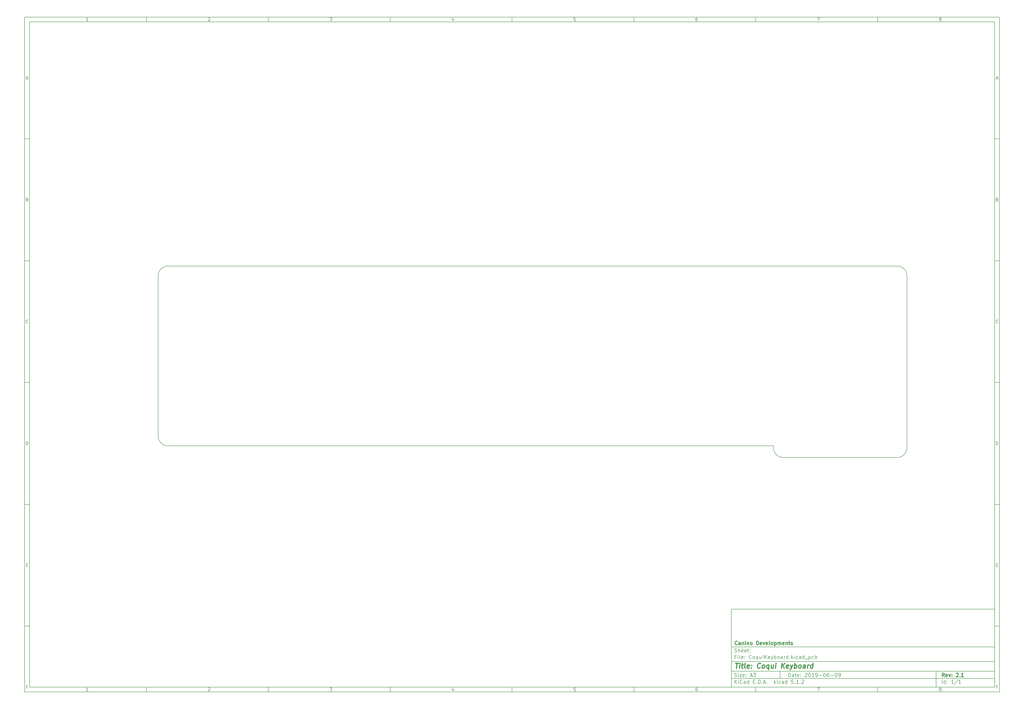
<source format=gm1>
G04 #@! TF.GenerationSoftware,KiCad,Pcbnew,5.1.2*
G04 #@! TF.CreationDate,2019-06-12T21:28:34-04:00*
G04 #@! TF.ProjectId,CoquiKeyboard,436f7175-694b-4657-9962-6f6172642e6b,2.1*
G04 #@! TF.SameCoordinates,Original*
G04 #@! TF.FileFunction,Profile,NP*
%FSLAX46Y46*%
G04 Gerber Fmt 4.6, Leading zero omitted, Abs format (unit mm)*
G04 Created by KiCad (PCBNEW 5.1.2) date 2019-06-12 21:28:34*
%MOMM*%
%LPD*%
G04 APERTURE LIST*
%ADD10C,0.100000*%
%ADD11C,0.150000*%
%ADD12C,0.300000*%
%ADD13C,0.400000*%
%ADD14C,0.200000*%
G04 APERTURE END LIST*
D10*
D11*
X299989000Y-253002200D02*
X299989000Y-285002200D01*
X407989000Y-285002200D01*
X407989000Y-253002200D01*
X299989000Y-253002200D01*
D10*
D11*
X10000000Y-10000000D02*
X10000000Y-287002200D01*
X409989000Y-287002200D01*
X409989000Y-10000000D01*
X10000000Y-10000000D01*
D10*
D11*
X12000000Y-12000000D02*
X12000000Y-285002200D01*
X407989000Y-285002200D01*
X407989000Y-12000000D01*
X12000000Y-12000000D01*
D10*
D11*
X60000000Y-12000000D02*
X60000000Y-10000000D01*
D10*
D11*
X110000000Y-12000000D02*
X110000000Y-10000000D01*
D10*
D11*
X160000000Y-12000000D02*
X160000000Y-10000000D01*
D10*
D11*
X210000000Y-12000000D02*
X210000000Y-10000000D01*
D10*
D11*
X260000000Y-12000000D02*
X260000000Y-10000000D01*
D10*
D11*
X310000000Y-12000000D02*
X310000000Y-10000000D01*
D10*
D11*
X360000000Y-12000000D02*
X360000000Y-10000000D01*
D10*
D11*
X36065476Y-11588095D02*
X35322619Y-11588095D01*
X35694047Y-11588095D02*
X35694047Y-10288095D01*
X35570238Y-10473809D01*
X35446428Y-10597619D01*
X35322619Y-10659523D01*
D10*
D11*
X85322619Y-10411904D02*
X85384523Y-10350000D01*
X85508333Y-10288095D01*
X85817857Y-10288095D01*
X85941666Y-10350000D01*
X86003571Y-10411904D01*
X86065476Y-10535714D01*
X86065476Y-10659523D01*
X86003571Y-10845238D01*
X85260714Y-11588095D01*
X86065476Y-11588095D01*
D10*
D11*
X135260714Y-10288095D02*
X136065476Y-10288095D01*
X135632142Y-10783333D01*
X135817857Y-10783333D01*
X135941666Y-10845238D01*
X136003571Y-10907142D01*
X136065476Y-11030952D01*
X136065476Y-11340476D01*
X136003571Y-11464285D01*
X135941666Y-11526190D01*
X135817857Y-11588095D01*
X135446428Y-11588095D01*
X135322619Y-11526190D01*
X135260714Y-11464285D01*
D10*
D11*
X185941666Y-10721428D02*
X185941666Y-11588095D01*
X185632142Y-10226190D02*
X185322619Y-11154761D01*
X186127380Y-11154761D01*
D10*
D11*
X236003571Y-10288095D02*
X235384523Y-10288095D01*
X235322619Y-10907142D01*
X235384523Y-10845238D01*
X235508333Y-10783333D01*
X235817857Y-10783333D01*
X235941666Y-10845238D01*
X236003571Y-10907142D01*
X236065476Y-11030952D01*
X236065476Y-11340476D01*
X236003571Y-11464285D01*
X235941666Y-11526190D01*
X235817857Y-11588095D01*
X235508333Y-11588095D01*
X235384523Y-11526190D01*
X235322619Y-11464285D01*
D10*
D11*
X285941666Y-10288095D02*
X285694047Y-10288095D01*
X285570238Y-10350000D01*
X285508333Y-10411904D01*
X285384523Y-10597619D01*
X285322619Y-10845238D01*
X285322619Y-11340476D01*
X285384523Y-11464285D01*
X285446428Y-11526190D01*
X285570238Y-11588095D01*
X285817857Y-11588095D01*
X285941666Y-11526190D01*
X286003571Y-11464285D01*
X286065476Y-11340476D01*
X286065476Y-11030952D01*
X286003571Y-10907142D01*
X285941666Y-10845238D01*
X285817857Y-10783333D01*
X285570238Y-10783333D01*
X285446428Y-10845238D01*
X285384523Y-10907142D01*
X285322619Y-11030952D01*
D10*
D11*
X335260714Y-10288095D02*
X336127380Y-10288095D01*
X335570238Y-11588095D01*
D10*
D11*
X385570238Y-10845238D02*
X385446428Y-10783333D01*
X385384523Y-10721428D01*
X385322619Y-10597619D01*
X385322619Y-10535714D01*
X385384523Y-10411904D01*
X385446428Y-10350000D01*
X385570238Y-10288095D01*
X385817857Y-10288095D01*
X385941666Y-10350000D01*
X386003571Y-10411904D01*
X386065476Y-10535714D01*
X386065476Y-10597619D01*
X386003571Y-10721428D01*
X385941666Y-10783333D01*
X385817857Y-10845238D01*
X385570238Y-10845238D01*
X385446428Y-10907142D01*
X385384523Y-10969047D01*
X385322619Y-11092857D01*
X385322619Y-11340476D01*
X385384523Y-11464285D01*
X385446428Y-11526190D01*
X385570238Y-11588095D01*
X385817857Y-11588095D01*
X385941666Y-11526190D01*
X386003571Y-11464285D01*
X386065476Y-11340476D01*
X386065476Y-11092857D01*
X386003571Y-10969047D01*
X385941666Y-10907142D01*
X385817857Y-10845238D01*
D10*
D11*
X60000000Y-285002200D02*
X60000000Y-287002200D01*
D10*
D11*
X110000000Y-285002200D02*
X110000000Y-287002200D01*
D10*
D11*
X160000000Y-285002200D02*
X160000000Y-287002200D01*
D10*
D11*
X210000000Y-285002200D02*
X210000000Y-287002200D01*
D10*
D11*
X260000000Y-285002200D02*
X260000000Y-287002200D01*
D10*
D11*
X310000000Y-285002200D02*
X310000000Y-287002200D01*
D10*
D11*
X360000000Y-285002200D02*
X360000000Y-287002200D01*
D10*
D11*
X36065476Y-286590295D02*
X35322619Y-286590295D01*
X35694047Y-286590295D02*
X35694047Y-285290295D01*
X35570238Y-285476009D01*
X35446428Y-285599819D01*
X35322619Y-285661723D01*
D10*
D11*
X85322619Y-285414104D02*
X85384523Y-285352200D01*
X85508333Y-285290295D01*
X85817857Y-285290295D01*
X85941666Y-285352200D01*
X86003571Y-285414104D01*
X86065476Y-285537914D01*
X86065476Y-285661723D01*
X86003571Y-285847438D01*
X85260714Y-286590295D01*
X86065476Y-286590295D01*
D10*
D11*
X135260714Y-285290295D02*
X136065476Y-285290295D01*
X135632142Y-285785533D01*
X135817857Y-285785533D01*
X135941666Y-285847438D01*
X136003571Y-285909342D01*
X136065476Y-286033152D01*
X136065476Y-286342676D01*
X136003571Y-286466485D01*
X135941666Y-286528390D01*
X135817857Y-286590295D01*
X135446428Y-286590295D01*
X135322619Y-286528390D01*
X135260714Y-286466485D01*
D10*
D11*
X185941666Y-285723628D02*
X185941666Y-286590295D01*
X185632142Y-285228390D02*
X185322619Y-286156961D01*
X186127380Y-286156961D01*
D10*
D11*
X236003571Y-285290295D02*
X235384523Y-285290295D01*
X235322619Y-285909342D01*
X235384523Y-285847438D01*
X235508333Y-285785533D01*
X235817857Y-285785533D01*
X235941666Y-285847438D01*
X236003571Y-285909342D01*
X236065476Y-286033152D01*
X236065476Y-286342676D01*
X236003571Y-286466485D01*
X235941666Y-286528390D01*
X235817857Y-286590295D01*
X235508333Y-286590295D01*
X235384523Y-286528390D01*
X235322619Y-286466485D01*
D10*
D11*
X285941666Y-285290295D02*
X285694047Y-285290295D01*
X285570238Y-285352200D01*
X285508333Y-285414104D01*
X285384523Y-285599819D01*
X285322619Y-285847438D01*
X285322619Y-286342676D01*
X285384523Y-286466485D01*
X285446428Y-286528390D01*
X285570238Y-286590295D01*
X285817857Y-286590295D01*
X285941666Y-286528390D01*
X286003571Y-286466485D01*
X286065476Y-286342676D01*
X286065476Y-286033152D01*
X286003571Y-285909342D01*
X285941666Y-285847438D01*
X285817857Y-285785533D01*
X285570238Y-285785533D01*
X285446428Y-285847438D01*
X285384523Y-285909342D01*
X285322619Y-286033152D01*
D10*
D11*
X335260714Y-285290295D02*
X336127380Y-285290295D01*
X335570238Y-286590295D01*
D10*
D11*
X385570238Y-285847438D02*
X385446428Y-285785533D01*
X385384523Y-285723628D01*
X385322619Y-285599819D01*
X385322619Y-285537914D01*
X385384523Y-285414104D01*
X385446428Y-285352200D01*
X385570238Y-285290295D01*
X385817857Y-285290295D01*
X385941666Y-285352200D01*
X386003571Y-285414104D01*
X386065476Y-285537914D01*
X386065476Y-285599819D01*
X386003571Y-285723628D01*
X385941666Y-285785533D01*
X385817857Y-285847438D01*
X385570238Y-285847438D01*
X385446428Y-285909342D01*
X385384523Y-285971247D01*
X385322619Y-286095057D01*
X385322619Y-286342676D01*
X385384523Y-286466485D01*
X385446428Y-286528390D01*
X385570238Y-286590295D01*
X385817857Y-286590295D01*
X385941666Y-286528390D01*
X386003571Y-286466485D01*
X386065476Y-286342676D01*
X386065476Y-286095057D01*
X386003571Y-285971247D01*
X385941666Y-285909342D01*
X385817857Y-285847438D01*
D10*
D11*
X10000000Y-60000000D02*
X12000000Y-60000000D01*
D10*
D11*
X10000000Y-110000000D02*
X12000000Y-110000000D01*
D10*
D11*
X10000000Y-160000000D02*
X12000000Y-160000000D01*
D10*
D11*
X10000000Y-210000000D02*
X12000000Y-210000000D01*
D10*
D11*
X10000000Y-260000000D02*
X12000000Y-260000000D01*
D10*
D11*
X10690476Y-35216666D02*
X11309523Y-35216666D01*
X10566666Y-35588095D02*
X11000000Y-34288095D01*
X11433333Y-35588095D01*
D10*
D11*
X11092857Y-84907142D02*
X11278571Y-84969047D01*
X11340476Y-85030952D01*
X11402380Y-85154761D01*
X11402380Y-85340476D01*
X11340476Y-85464285D01*
X11278571Y-85526190D01*
X11154761Y-85588095D01*
X10659523Y-85588095D01*
X10659523Y-84288095D01*
X11092857Y-84288095D01*
X11216666Y-84350000D01*
X11278571Y-84411904D01*
X11340476Y-84535714D01*
X11340476Y-84659523D01*
X11278571Y-84783333D01*
X11216666Y-84845238D01*
X11092857Y-84907142D01*
X10659523Y-84907142D01*
D10*
D11*
X11402380Y-135464285D02*
X11340476Y-135526190D01*
X11154761Y-135588095D01*
X11030952Y-135588095D01*
X10845238Y-135526190D01*
X10721428Y-135402380D01*
X10659523Y-135278571D01*
X10597619Y-135030952D01*
X10597619Y-134845238D01*
X10659523Y-134597619D01*
X10721428Y-134473809D01*
X10845238Y-134350000D01*
X11030952Y-134288095D01*
X11154761Y-134288095D01*
X11340476Y-134350000D01*
X11402380Y-134411904D01*
D10*
D11*
X10659523Y-185588095D02*
X10659523Y-184288095D01*
X10969047Y-184288095D01*
X11154761Y-184350000D01*
X11278571Y-184473809D01*
X11340476Y-184597619D01*
X11402380Y-184845238D01*
X11402380Y-185030952D01*
X11340476Y-185278571D01*
X11278571Y-185402380D01*
X11154761Y-185526190D01*
X10969047Y-185588095D01*
X10659523Y-185588095D01*
D10*
D11*
X10721428Y-234907142D02*
X11154761Y-234907142D01*
X11340476Y-235588095D02*
X10721428Y-235588095D01*
X10721428Y-234288095D01*
X11340476Y-234288095D01*
D10*
D11*
X11185714Y-284907142D02*
X10752380Y-284907142D01*
X10752380Y-285588095D02*
X10752380Y-284288095D01*
X11371428Y-284288095D01*
D10*
D11*
X409989000Y-60000000D02*
X407989000Y-60000000D01*
D10*
D11*
X409989000Y-110000000D02*
X407989000Y-110000000D01*
D10*
D11*
X409989000Y-160000000D02*
X407989000Y-160000000D01*
D10*
D11*
X409989000Y-210000000D02*
X407989000Y-210000000D01*
D10*
D11*
X409989000Y-260000000D02*
X407989000Y-260000000D01*
D10*
D11*
X408679476Y-35216666D02*
X409298523Y-35216666D01*
X408555666Y-35588095D02*
X408989000Y-34288095D01*
X409422333Y-35588095D01*
D10*
D11*
X409081857Y-84907142D02*
X409267571Y-84969047D01*
X409329476Y-85030952D01*
X409391380Y-85154761D01*
X409391380Y-85340476D01*
X409329476Y-85464285D01*
X409267571Y-85526190D01*
X409143761Y-85588095D01*
X408648523Y-85588095D01*
X408648523Y-84288095D01*
X409081857Y-84288095D01*
X409205666Y-84350000D01*
X409267571Y-84411904D01*
X409329476Y-84535714D01*
X409329476Y-84659523D01*
X409267571Y-84783333D01*
X409205666Y-84845238D01*
X409081857Y-84907142D01*
X408648523Y-84907142D01*
D10*
D11*
X409391380Y-135464285D02*
X409329476Y-135526190D01*
X409143761Y-135588095D01*
X409019952Y-135588095D01*
X408834238Y-135526190D01*
X408710428Y-135402380D01*
X408648523Y-135278571D01*
X408586619Y-135030952D01*
X408586619Y-134845238D01*
X408648523Y-134597619D01*
X408710428Y-134473809D01*
X408834238Y-134350000D01*
X409019952Y-134288095D01*
X409143761Y-134288095D01*
X409329476Y-134350000D01*
X409391380Y-134411904D01*
D10*
D11*
X408648523Y-185588095D02*
X408648523Y-184288095D01*
X408958047Y-184288095D01*
X409143761Y-184350000D01*
X409267571Y-184473809D01*
X409329476Y-184597619D01*
X409391380Y-184845238D01*
X409391380Y-185030952D01*
X409329476Y-185278571D01*
X409267571Y-185402380D01*
X409143761Y-185526190D01*
X408958047Y-185588095D01*
X408648523Y-185588095D01*
D10*
D11*
X408710428Y-234907142D02*
X409143761Y-234907142D01*
X409329476Y-235588095D02*
X408710428Y-235588095D01*
X408710428Y-234288095D01*
X409329476Y-234288095D01*
D10*
D11*
X409174714Y-284907142D02*
X408741380Y-284907142D01*
X408741380Y-285588095D02*
X408741380Y-284288095D01*
X409360428Y-284288095D01*
D10*
D11*
X323421142Y-280780771D02*
X323421142Y-279280771D01*
X323778285Y-279280771D01*
X323992571Y-279352200D01*
X324135428Y-279495057D01*
X324206857Y-279637914D01*
X324278285Y-279923628D01*
X324278285Y-280137914D01*
X324206857Y-280423628D01*
X324135428Y-280566485D01*
X323992571Y-280709342D01*
X323778285Y-280780771D01*
X323421142Y-280780771D01*
X325564000Y-280780771D02*
X325564000Y-279995057D01*
X325492571Y-279852200D01*
X325349714Y-279780771D01*
X325064000Y-279780771D01*
X324921142Y-279852200D01*
X325564000Y-280709342D02*
X325421142Y-280780771D01*
X325064000Y-280780771D01*
X324921142Y-280709342D01*
X324849714Y-280566485D01*
X324849714Y-280423628D01*
X324921142Y-280280771D01*
X325064000Y-280209342D01*
X325421142Y-280209342D01*
X325564000Y-280137914D01*
X326064000Y-279780771D02*
X326635428Y-279780771D01*
X326278285Y-279280771D02*
X326278285Y-280566485D01*
X326349714Y-280709342D01*
X326492571Y-280780771D01*
X326635428Y-280780771D01*
X327706857Y-280709342D02*
X327564000Y-280780771D01*
X327278285Y-280780771D01*
X327135428Y-280709342D01*
X327064000Y-280566485D01*
X327064000Y-279995057D01*
X327135428Y-279852200D01*
X327278285Y-279780771D01*
X327564000Y-279780771D01*
X327706857Y-279852200D01*
X327778285Y-279995057D01*
X327778285Y-280137914D01*
X327064000Y-280280771D01*
X328421142Y-280637914D02*
X328492571Y-280709342D01*
X328421142Y-280780771D01*
X328349714Y-280709342D01*
X328421142Y-280637914D01*
X328421142Y-280780771D01*
X328421142Y-279852200D02*
X328492571Y-279923628D01*
X328421142Y-279995057D01*
X328349714Y-279923628D01*
X328421142Y-279852200D01*
X328421142Y-279995057D01*
X330206857Y-279423628D02*
X330278285Y-279352200D01*
X330421142Y-279280771D01*
X330778285Y-279280771D01*
X330921142Y-279352200D01*
X330992571Y-279423628D01*
X331064000Y-279566485D01*
X331064000Y-279709342D01*
X330992571Y-279923628D01*
X330135428Y-280780771D01*
X331064000Y-280780771D01*
X331992571Y-279280771D02*
X332135428Y-279280771D01*
X332278285Y-279352200D01*
X332349714Y-279423628D01*
X332421142Y-279566485D01*
X332492571Y-279852200D01*
X332492571Y-280209342D01*
X332421142Y-280495057D01*
X332349714Y-280637914D01*
X332278285Y-280709342D01*
X332135428Y-280780771D01*
X331992571Y-280780771D01*
X331849714Y-280709342D01*
X331778285Y-280637914D01*
X331706857Y-280495057D01*
X331635428Y-280209342D01*
X331635428Y-279852200D01*
X331706857Y-279566485D01*
X331778285Y-279423628D01*
X331849714Y-279352200D01*
X331992571Y-279280771D01*
X333921142Y-280780771D02*
X333064000Y-280780771D01*
X333492571Y-280780771D02*
X333492571Y-279280771D01*
X333349714Y-279495057D01*
X333206857Y-279637914D01*
X333064000Y-279709342D01*
X334635428Y-280780771D02*
X334921142Y-280780771D01*
X335064000Y-280709342D01*
X335135428Y-280637914D01*
X335278285Y-280423628D01*
X335349714Y-280137914D01*
X335349714Y-279566485D01*
X335278285Y-279423628D01*
X335206857Y-279352200D01*
X335064000Y-279280771D01*
X334778285Y-279280771D01*
X334635428Y-279352200D01*
X334564000Y-279423628D01*
X334492571Y-279566485D01*
X334492571Y-279923628D01*
X334564000Y-280066485D01*
X334635428Y-280137914D01*
X334778285Y-280209342D01*
X335064000Y-280209342D01*
X335206857Y-280137914D01*
X335278285Y-280066485D01*
X335349714Y-279923628D01*
X335992571Y-280209342D02*
X337135428Y-280209342D01*
X338135428Y-279280771D02*
X338278285Y-279280771D01*
X338421142Y-279352200D01*
X338492571Y-279423628D01*
X338564000Y-279566485D01*
X338635428Y-279852200D01*
X338635428Y-280209342D01*
X338564000Y-280495057D01*
X338492571Y-280637914D01*
X338421142Y-280709342D01*
X338278285Y-280780771D01*
X338135428Y-280780771D01*
X337992571Y-280709342D01*
X337921142Y-280637914D01*
X337849714Y-280495057D01*
X337778285Y-280209342D01*
X337778285Y-279852200D01*
X337849714Y-279566485D01*
X337921142Y-279423628D01*
X337992571Y-279352200D01*
X338135428Y-279280771D01*
X339921142Y-279280771D02*
X339635428Y-279280771D01*
X339492571Y-279352200D01*
X339421142Y-279423628D01*
X339278285Y-279637914D01*
X339206857Y-279923628D01*
X339206857Y-280495057D01*
X339278285Y-280637914D01*
X339349714Y-280709342D01*
X339492571Y-280780771D01*
X339778285Y-280780771D01*
X339921142Y-280709342D01*
X339992571Y-280637914D01*
X340064000Y-280495057D01*
X340064000Y-280137914D01*
X339992571Y-279995057D01*
X339921142Y-279923628D01*
X339778285Y-279852200D01*
X339492571Y-279852200D01*
X339349714Y-279923628D01*
X339278285Y-279995057D01*
X339206857Y-280137914D01*
X340706857Y-280209342D02*
X341849714Y-280209342D01*
X342849714Y-279280771D02*
X342992571Y-279280771D01*
X343135428Y-279352200D01*
X343206857Y-279423628D01*
X343278285Y-279566485D01*
X343349714Y-279852200D01*
X343349714Y-280209342D01*
X343278285Y-280495057D01*
X343206857Y-280637914D01*
X343135428Y-280709342D01*
X342992571Y-280780771D01*
X342849714Y-280780771D01*
X342706857Y-280709342D01*
X342635428Y-280637914D01*
X342564000Y-280495057D01*
X342492571Y-280209342D01*
X342492571Y-279852200D01*
X342564000Y-279566485D01*
X342635428Y-279423628D01*
X342706857Y-279352200D01*
X342849714Y-279280771D01*
X344064000Y-280780771D02*
X344349714Y-280780771D01*
X344492571Y-280709342D01*
X344564000Y-280637914D01*
X344706857Y-280423628D01*
X344778285Y-280137914D01*
X344778285Y-279566485D01*
X344706857Y-279423628D01*
X344635428Y-279352200D01*
X344492571Y-279280771D01*
X344206857Y-279280771D01*
X344064000Y-279352200D01*
X343992571Y-279423628D01*
X343921142Y-279566485D01*
X343921142Y-279923628D01*
X343992571Y-280066485D01*
X344064000Y-280137914D01*
X344206857Y-280209342D01*
X344492571Y-280209342D01*
X344635428Y-280137914D01*
X344706857Y-280066485D01*
X344778285Y-279923628D01*
D10*
D11*
X299989000Y-281502200D02*
X407989000Y-281502200D01*
D10*
D11*
X301421142Y-283580771D02*
X301421142Y-282080771D01*
X302278285Y-283580771D02*
X301635428Y-282723628D01*
X302278285Y-282080771D02*
X301421142Y-282937914D01*
X302921142Y-283580771D02*
X302921142Y-282580771D01*
X302921142Y-282080771D02*
X302849714Y-282152200D01*
X302921142Y-282223628D01*
X302992571Y-282152200D01*
X302921142Y-282080771D01*
X302921142Y-282223628D01*
X304492571Y-283437914D02*
X304421142Y-283509342D01*
X304206857Y-283580771D01*
X304064000Y-283580771D01*
X303849714Y-283509342D01*
X303706857Y-283366485D01*
X303635428Y-283223628D01*
X303564000Y-282937914D01*
X303564000Y-282723628D01*
X303635428Y-282437914D01*
X303706857Y-282295057D01*
X303849714Y-282152200D01*
X304064000Y-282080771D01*
X304206857Y-282080771D01*
X304421142Y-282152200D01*
X304492571Y-282223628D01*
X305778285Y-283580771D02*
X305778285Y-282795057D01*
X305706857Y-282652200D01*
X305564000Y-282580771D01*
X305278285Y-282580771D01*
X305135428Y-282652200D01*
X305778285Y-283509342D02*
X305635428Y-283580771D01*
X305278285Y-283580771D01*
X305135428Y-283509342D01*
X305064000Y-283366485D01*
X305064000Y-283223628D01*
X305135428Y-283080771D01*
X305278285Y-283009342D01*
X305635428Y-283009342D01*
X305778285Y-282937914D01*
X307135428Y-283580771D02*
X307135428Y-282080771D01*
X307135428Y-283509342D02*
X306992571Y-283580771D01*
X306706857Y-283580771D01*
X306564000Y-283509342D01*
X306492571Y-283437914D01*
X306421142Y-283295057D01*
X306421142Y-282866485D01*
X306492571Y-282723628D01*
X306564000Y-282652200D01*
X306706857Y-282580771D01*
X306992571Y-282580771D01*
X307135428Y-282652200D01*
X308992571Y-282795057D02*
X309492571Y-282795057D01*
X309706857Y-283580771D02*
X308992571Y-283580771D01*
X308992571Y-282080771D01*
X309706857Y-282080771D01*
X310349714Y-283437914D02*
X310421142Y-283509342D01*
X310349714Y-283580771D01*
X310278285Y-283509342D01*
X310349714Y-283437914D01*
X310349714Y-283580771D01*
X311064000Y-283580771D02*
X311064000Y-282080771D01*
X311421142Y-282080771D01*
X311635428Y-282152200D01*
X311778285Y-282295057D01*
X311849714Y-282437914D01*
X311921142Y-282723628D01*
X311921142Y-282937914D01*
X311849714Y-283223628D01*
X311778285Y-283366485D01*
X311635428Y-283509342D01*
X311421142Y-283580771D01*
X311064000Y-283580771D01*
X312564000Y-283437914D02*
X312635428Y-283509342D01*
X312564000Y-283580771D01*
X312492571Y-283509342D01*
X312564000Y-283437914D01*
X312564000Y-283580771D01*
X313206857Y-283152200D02*
X313921142Y-283152200D01*
X313064000Y-283580771D02*
X313564000Y-282080771D01*
X314064000Y-283580771D01*
X314564000Y-283437914D02*
X314635428Y-283509342D01*
X314564000Y-283580771D01*
X314492571Y-283509342D01*
X314564000Y-283437914D01*
X314564000Y-283580771D01*
X317564000Y-283580771D02*
X317564000Y-282080771D01*
X317706857Y-283009342D02*
X318135428Y-283580771D01*
X318135428Y-282580771D02*
X317564000Y-283152200D01*
X318778285Y-283580771D02*
X318778285Y-282580771D01*
X318778285Y-282080771D02*
X318706857Y-282152200D01*
X318778285Y-282223628D01*
X318849714Y-282152200D01*
X318778285Y-282080771D01*
X318778285Y-282223628D01*
X320135428Y-283509342D02*
X319992571Y-283580771D01*
X319706857Y-283580771D01*
X319564000Y-283509342D01*
X319492571Y-283437914D01*
X319421142Y-283295057D01*
X319421142Y-282866485D01*
X319492571Y-282723628D01*
X319564000Y-282652200D01*
X319706857Y-282580771D01*
X319992571Y-282580771D01*
X320135428Y-282652200D01*
X321421142Y-283580771D02*
X321421142Y-282795057D01*
X321349714Y-282652200D01*
X321206857Y-282580771D01*
X320921142Y-282580771D01*
X320778285Y-282652200D01*
X321421142Y-283509342D02*
X321278285Y-283580771D01*
X320921142Y-283580771D01*
X320778285Y-283509342D01*
X320706857Y-283366485D01*
X320706857Y-283223628D01*
X320778285Y-283080771D01*
X320921142Y-283009342D01*
X321278285Y-283009342D01*
X321421142Y-282937914D01*
X322778285Y-283580771D02*
X322778285Y-282080771D01*
X322778285Y-283509342D02*
X322635428Y-283580771D01*
X322349714Y-283580771D01*
X322206857Y-283509342D01*
X322135428Y-283437914D01*
X322064000Y-283295057D01*
X322064000Y-282866485D01*
X322135428Y-282723628D01*
X322206857Y-282652200D01*
X322349714Y-282580771D01*
X322635428Y-282580771D01*
X322778285Y-282652200D01*
X325349714Y-282080771D02*
X324635428Y-282080771D01*
X324564000Y-282795057D01*
X324635428Y-282723628D01*
X324778285Y-282652200D01*
X325135428Y-282652200D01*
X325278285Y-282723628D01*
X325349714Y-282795057D01*
X325421142Y-282937914D01*
X325421142Y-283295057D01*
X325349714Y-283437914D01*
X325278285Y-283509342D01*
X325135428Y-283580771D01*
X324778285Y-283580771D01*
X324635428Y-283509342D01*
X324564000Y-283437914D01*
X326064000Y-283437914D02*
X326135428Y-283509342D01*
X326064000Y-283580771D01*
X325992571Y-283509342D01*
X326064000Y-283437914D01*
X326064000Y-283580771D01*
X327564000Y-283580771D02*
X326706857Y-283580771D01*
X327135428Y-283580771D02*
X327135428Y-282080771D01*
X326992571Y-282295057D01*
X326849714Y-282437914D01*
X326706857Y-282509342D01*
X328206857Y-283437914D02*
X328278285Y-283509342D01*
X328206857Y-283580771D01*
X328135428Y-283509342D01*
X328206857Y-283437914D01*
X328206857Y-283580771D01*
X328849714Y-282223628D02*
X328921142Y-282152200D01*
X329064000Y-282080771D01*
X329421142Y-282080771D01*
X329564000Y-282152200D01*
X329635428Y-282223628D01*
X329706857Y-282366485D01*
X329706857Y-282509342D01*
X329635428Y-282723628D01*
X328778285Y-283580771D01*
X329706857Y-283580771D01*
D10*
D11*
X299989000Y-278502200D02*
X407989000Y-278502200D01*
D10*
D12*
X387398285Y-280780771D02*
X386898285Y-280066485D01*
X386541142Y-280780771D02*
X386541142Y-279280771D01*
X387112571Y-279280771D01*
X387255428Y-279352200D01*
X387326857Y-279423628D01*
X387398285Y-279566485D01*
X387398285Y-279780771D01*
X387326857Y-279923628D01*
X387255428Y-279995057D01*
X387112571Y-280066485D01*
X386541142Y-280066485D01*
X388612571Y-280709342D02*
X388469714Y-280780771D01*
X388184000Y-280780771D01*
X388041142Y-280709342D01*
X387969714Y-280566485D01*
X387969714Y-279995057D01*
X388041142Y-279852200D01*
X388184000Y-279780771D01*
X388469714Y-279780771D01*
X388612571Y-279852200D01*
X388684000Y-279995057D01*
X388684000Y-280137914D01*
X387969714Y-280280771D01*
X389184000Y-279780771D02*
X389541142Y-280780771D01*
X389898285Y-279780771D01*
X390469714Y-280637914D02*
X390541142Y-280709342D01*
X390469714Y-280780771D01*
X390398285Y-280709342D01*
X390469714Y-280637914D01*
X390469714Y-280780771D01*
X390469714Y-279852200D02*
X390541142Y-279923628D01*
X390469714Y-279995057D01*
X390398285Y-279923628D01*
X390469714Y-279852200D01*
X390469714Y-279995057D01*
X392255428Y-279423628D02*
X392326857Y-279352200D01*
X392469714Y-279280771D01*
X392826857Y-279280771D01*
X392969714Y-279352200D01*
X393041142Y-279423628D01*
X393112571Y-279566485D01*
X393112571Y-279709342D01*
X393041142Y-279923628D01*
X392184000Y-280780771D01*
X393112571Y-280780771D01*
X393755428Y-280637914D02*
X393826857Y-280709342D01*
X393755428Y-280780771D01*
X393684000Y-280709342D01*
X393755428Y-280637914D01*
X393755428Y-280780771D01*
X395255428Y-280780771D02*
X394398285Y-280780771D01*
X394826857Y-280780771D02*
X394826857Y-279280771D01*
X394684000Y-279495057D01*
X394541142Y-279637914D01*
X394398285Y-279709342D01*
D10*
D11*
X301349714Y-280709342D02*
X301564000Y-280780771D01*
X301921142Y-280780771D01*
X302064000Y-280709342D01*
X302135428Y-280637914D01*
X302206857Y-280495057D01*
X302206857Y-280352200D01*
X302135428Y-280209342D01*
X302064000Y-280137914D01*
X301921142Y-280066485D01*
X301635428Y-279995057D01*
X301492571Y-279923628D01*
X301421142Y-279852200D01*
X301349714Y-279709342D01*
X301349714Y-279566485D01*
X301421142Y-279423628D01*
X301492571Y-279352200D01*
X301635428Y-279280771D01*
X301992571Y-279280771D01*
X302206857Y-279352200D01*
X302849714Y-280780771D02*
X302849714Y-279780771D01*
X302849714Y-279280771D02*
X302778285Y-279352200D01*
X302849714Y-279423628D01*
X302921142Y-279352200D01*
X302849714Y-279280771D01*
X302849714Y-279423628D01*
X303421142Y-279780771D02*
X304206857Y-279780771D01*
X303421142Y-280780771D01*
X304206857Y-280780771D01*
X305349714Y-280709342D02*
X305206857Y-280780771D01*
X304921142Y-280780771D01*
X304778285Y-280709342D01*
X304706857Y-280566485D01*
X304706857Y-279995057D01*
X304778285Y-279852200D01*
X304921142Y-279780771D01*
X305206857Y-279780771D01*
X305349714Y-279852200D01*
X305421142Y-279995057D01*
X305421142Y-280137914D01*
X304706857Y-280280771D01*
X306064000Y-280637914D02*
X306135428Y-280709342D01*
X306064000Y-280780771D01*
X305992571Y-280709342D01*
X306064000Y-280637914D01*
X306064000Y-280780771D01*
X306064000Y-279852200D02*
X306135428Y-279923628D01*
X306064000Y-279995057D01*
X305992571Y-279923628D01*
X306064000Y-279852200D01*
X306064000Y-279995057D01*
X307849714Y-280352200D02*
X308564000Y-280352200D01*
X307706857Y-280780771D02*
X308206857Y-279280771D01*
X308706857Y-280780771D01*
X309064000Y-279280771D02*
X309992571Y-279280771D01*
X309492571Y-279852200D01*
X309706857Y-279852200D01*
X309849714Y-279923628D01*
X309921142Y-279995057D01*
X309992571Y-280137914D01*
X309992571Y-280495057D01*
X309921142Y-280637914D01*
X309849714Y-280709342D01*
X309706857Y-280780771D01*
X309278285Y-280780771D01*
X309135428Y-280709342D01*
X309064000Y-280637914D01*
D10*
D11*
X386421142Y-283580771D02*
X386421142Y-282080771D01*
X387778285Y-283580771D02*
X387778285Y-282080771D01*
X387778285Y-283509342D02*
X387635428Y-283580771D01*
X387349714Y-283580771D01*
X387206857Y-283509342D01*
X387135428Y-283437914D01*
X387064000Y-283295057D01*
X387064000Y-282866485D01*
X387135428Y-282723628D01*
X387206857Y-282652200D01*
X387349714Y-282580771D01*
X387635428Y-282580771D01*
X387778285Y-282652200D01*
X388492571Y-283437914D02*
X388564000Y-283509342D01*
X388492571Y-283580771D01*
X388421142Y-283509342D01*
X388492571Y-283437914D01*
X388492571Y-283580771D01*
X388492571Y-282652200D02*
X388564000Y-282723628D01*
X388492571Y-282795057D01*
X388421142Y-282723628D01*
X388492571Y-282652200D01*
X388492571Y-282795057D01*
X391135428Y-283580771D02*
X390278285Y-283580771D01*
X390706857Y-283580771D02*
X390706857Y-282080771D01*
X390564000Y-282295057D01*
X390421142Y-282437914D01*
X390278285Y-282509342D01*
X392849714Y-282009342D02*
X391564000Y-283937914D01*
X394135428Y-283580771D02*
X393278285Y-283580771D01*
X393706857Y-283580771D02*
X393706857Y-282080771D01*
X393564000Y-282295057D01*
X393421142Y-282437914D01*
X393278285Y-282509342D01*
D10*
D11*
X299989000Y-274502200D02*
X407989000Y-274502200D01*
D10*
D13*
X301701380Y-275206961D02*
X302844238Y-275206961D01*
X302022809Y-277206961D02*
X302272809Y-275206961D01*
X303260904Y-277206961D02*
X303427571Y-275873628D01*
X303510904Y-275206961D02*
X303403761Y-275302200D01*
X303487095Y-275397438D01*
X303594238Y-275302200D01*
X303510904Y-275206961D01*
X303487095Y-275397438D01*
X304094238Y-275873628D02*
X304856142Y-275873628D01*
X304463285Y-275206961D02*
X304249000Y-276921247D01*
X304320428Y-277111723D01*
X304499000Y-277206961D01*
X304689476Y-277206961D01*
X305641857Y-277206961D02*
X305463285Y-277111723D01*
X305391857Y-276921247D01*
X305606142Y-275206961D01*
X307177571Y-277111723D02*
X306975190Y-277206961D01*
X306594238Y-277206961D01*
X306415666Y-277111723D01*
X306344238Y-276921247D01*
X306439476Y-276159342D01*
X306558523Y-275968866D01*
X306760904Y-275873628D01*
X307141857Y-275873628D01*
X307320428Y-275968866D01*
X307391857Y-276159342D01*
X307368047Y-276349819D01*
X306391857Y-276540295D01*
X308141857Y-277016485D02*
X308225190Y-277111723D01*
X308118047Y-277206961D01*
X308034714Y-277111723D01*
X308141857Y-277016485D01*
X308118047Y-277206961D01*
X308272809Y-275968866D02*
X308356142Y-276064104D01*
X308249000Y-276159342D01*
X308165666Y-276064104D01*
X308272809Y-275968866D01*
X308249000Y-276159342D01*
X311760904Y-277016485D02*
X311653761Y-277111723D01*
X311356142Y-277206961D01*
X311165666Y-277206961D01*
X310891857Y-277111723D01*
X310725190Y-276921247D01*
X310653761Y-276730771D01*
X310606142Y-276349819D01*
X310641857Y-276064104D01*
X310784714Y-275683152D01*
X310903761Y-275492676D01*
X311118047Y-275302200D01*
X311415666Y-275206961D01*
X311606142Y-275206961D01*
X311879952Y-275302200D01*
X311963285Y-275397438D01*
X312879952Y-277206961D02*
X312701380Y-277111723D01*
X312618047Y-277016485D01*
X312546619Y-276826009D01*
X312618047Y-276254580D01*
X312737095Y-276064104D01*
X312844238Y-275968866D01*
X313046619Y-275873628D01*
X313332333Y-275873628D01*
X313510904Y-275968866D01*
X313594238Y-276064104D01*
X313665666Y-276254580D01*
X313594238Y-276826009D01*
X313475190Y-277016485D01*
X313368047Y-277111723D01*
X313165666Y-277206961D01*
X312879952Y-277206961D01*
X315427571Y-275873628D02*
X315177571Y-277873628D01*
X315272809Y-277111723D02*
X315070428Y-277206961D01*
X314689476Y-277206961D01*
X314510904Y-277111723D01*
X314427571Y-277016485D01*
X314356142Y-276826009D01*
X314427571Y-276254580D01*
X314546619Y-276064104D01*
X314653761Y-275968866D01*
X314856142Y-275873628D01*
X315237095Y-275873628D01*
X315415666Y-275968866D01*
X317237095Y-275873628D02*
X317070428Y-277206961D01*
X316379952Y-275873628D02*
X316249000Y-276921247D01*
X316320428Y-277111723D01*
X316499000Y-277206961D01*
X316784714Y-277206961D01*
X316987095Y-277111723D01*
X317094238Y-277016485D01*
X318022809Y-277206961D02*
X318189476Y-275873628D01*
X318272809Y-275206961D02*
X318165666Y-275302200D01*
X318249000Y-275397438D01*
X318356142Y-275302200D01*
X318272809Y-275206961D01*
X318249000Y-275397438D01*
X320499000Y-277206961D02*
X320749000Y-275206961D01*
X321641857Y-277206961D02*
X320927571Y-276064104D01*
X321891857Y-275206961D02*
X320606142Y-276349819D01*
X323272809Y-277111723D02*
X323070428Y-277206961D01*
X322689476Y-277206961D01*
X322510904Y-277111723D01*
X322439476Y-276921247D01*
X322534714Y-276159342D01*
X322653761Y-275968866D01*
X322856142Y-275873628D01*
X323237095Y-275873628D01*
X323415666Y-275968866D01*
X323487095Y-276159342D01*
X323463285Y-276349819D01*
X322487095Y-276540295D01*
X324189476Y-275873628D02*
X324499000Y-277206961D01*
X325141857Y-275873628D02*
X324499000Y-277206961D01*
X324249000Y-277683152D01*
X324141857Y-277778390D01*
X323939476Y-277873628D01*
X325737095Y-277206961D02*
X325987095Y-275206961D01*
X325891857Y-275968866D02*
X326094238Y-275873628D01*
X326475190Y-275873628D01*
X326653761Y-275968866D01*
X326737095Y-276064104D01*
X326808523Y-276254580D01*
X326737095Y-276826009D01*
X326618047Y-277016485D01*
X326510904Y-277111723D01*
X326308523Y-277206961D01*
X325927571Y-277206961D01*
X325749000Y-277111723D01*
X327832333Y-277206961D02*
X327653761Y-277111723D01*
X327570428Y-277016485D01*
X327499000Y-276826009D01*
X327570428Y-276254580D01*
X327689476Y-276064104D01*
X327796619Y-275968866D01*
X327999000Y-275873628D01*
X328284714Y-275873628D01*
X328463285Y-275968866D01*
X328546619Y-276064104D01*
X328618047Y-276254580D01*
X328546619Y-276826009D01*
X328427571Y-277016485D01*
X328320428Y-277111723D01*
X328118047Y-277206961D01*
X327832333Y-277206961D01*
X330213285Y-277206961D02*
X330344238Y-276159342D01*
X330272809Y-275968866D01*
X330094238Y-275873628D01*
X329713285Y-275873628D01*
X329510904Y-275968866D01*
X330225190Y-277111723D02*
X330022809Y-277206961D01*
X329546619Y-277206961D01*
X329368047Y-277111723D01*
X329296619Y-276921247D01*
X329320428Y-276730771D01*
X329439476Y-276540295D01*
X329641857Y-276445057D01*
X330118047Y-276445057D01*
X330320428Y-276349819D01*
X331165666Y-277206961D02*
X331332333Y-275873628D01*
X331284714Y-276254580D02*
X331403761Y-276064104D01*
X331510904Y-275968866D01*
X331713285Y-275873628D01*
X331903761Y-275873628D01*
X333260904Y-277206961D02*
X333510904Y-275206961D01*
X333272809Y-277111723D02*
X333070428Y-277206961D01*
X332689476Y-277206961D01*
X332510904Y-277111723D01*
X332427571Y-277016485D01*
X332356142Y-276826009D01*
X332427571Y-276254580D01*
X332546619Y-276064104D01*
X332653761Y-275968866D01*
X332856142Y-275873628D01*
X333237095Y-275873628D01*
X333415666Y-275968866D01*
D10*
D11*
X301921142Y-272595057D02*
X301421142Y-272595057D01*
X301421142Y-273380771D02*
X301421142Y-271880771D01*
X302135428Y-271880771D01*
X302706857Y-273380771D02*
X302706857Y-272380771D01*
X302706857Y-271880771D02*
X302635428Y-271952200D01*
X302706857Y-272023628D01*
X302778285Y-271952200D01*
X302706857Y-271880771D01*
X302706857Y-272023628D01*
X303635428Y-273380771D02*
X303492571Y-273309342D01*
X303421142Y-273166485D01*
X303421142Y-271880771D01*
X304778285Y-273309342D02*
X304635428Y-273380771D01*
X304349714Y-273380771D01*
X304206857Y-273309342D01*
X304135428Y-273166485D01*
X304135428Y-272595057D01*
X304206857Y-272452200D01*
X304349714Y-272380771D01*
X304635428Y-272380771D01*
X304778285Y-272452200D01*
X304849714Y-272595057D01*
X304849714Y-272737914D01*
X304135428Y-272880771D01*
X305492571Y-273237914D02*
X305564000Y-273309342D01*
X305492571Y-273380771D01*
X305421142Y-273309342D01*
X305492571Y-273237914D01*
X305492571Y-273380771D01*
X305492571Y-272452200D02*
X305564000Y-272523628D01*
X305492571Y-272595057D01*
X305421142Y-272523628D01*
X305492571Y-272452200D01*
X305492571Y-272595057D01*
X308206857Y-273237914D02*
X308135428Y-273309342D01*
X307921142Y-273380771D01*
X307778285Y-273380771D01*
X307564000Y-273309342D01*
X307421142Y-273166485D01*
X307349714Y-273023628D01*
X307278285Y-272737914D01*
X307278285Y-272523628D01*
X307349714Y-272237914D01*
X307421142Y-272095057D01*
X307564000Y-271952200D01*
X307778285Y-271880771D01*
X307921142Y-271880771D01*
X308135428Y-271952200D01*
X308206857Y-272023628D01*
X309064000Y-273380771D02*
X308921142Y-273309342D01*
X308849714Y-273237914D01*
X308778285Y-273095057D01*
X308778285Y-272666485D01*
X308849714Y-272523628D01*
X308921142Y-272452200D01*
X309064000Y-272380771D01*
X309278285Y-272380771D01*
X309421142Y-272452200D01*
X309492571Y-272523628D01*
X309564000Y-272666485D01*
X309564000Y-273095057D01*
X309492571Y-273237914D01*
X309421142Y-273309342D01*
X309278285Y-273380771D01*
X309064000Y-273380771D01*
X310849714Y-272380771D02*
X310849714Y-273880771D01*
X310849714Y-273309342D02*
X310706857Y-273380771D01*
X310421142Y-273380771D01*
X310278285Y-273309342D01*
X310206857Y-273237914D01*
X310135428Y-273095057D01*
X310135428Y-272666485D01*
X310206857Y-272523628D01*
X310278285Y-272452200D01*
X310421142Y-272380771D01*
X310706857Y-272380771D01*
X310849714Y-272452200D01*
X312206857Y-272380771D02*
X312206857Y-273380771D01*
X311564000Y-272380771D02*
X311564000Y-273166485D01*
X311635428Y-273309342D01*
X311778285Y-273380771D01*
X311992571Y-273380771D01*
X312135428Y-273309342D01*
X312206857Y-273237914D01*
X312921142Y-273380771D02*
X312921142Y-272380771D01*
X312921142Y-271880771D02*
X312849714Y-271952200D01*
X312921142Y-272023628D01*
X312992571Y-271952200D01*
X312921142Y-271880771D01*
X312921142Y-272023628D01*
X313635428Y-273380771D02*
X313635428Y-271880771D01*
X314492571Y-273380771D02*
X313849714Y-272523628D01*
X314492571Y-271880771D02*
X313635428Y-272737914D01*
X315706857Y-273309342D02*
X315564000Y-273380771D01*
X315278285Y-273380771D01*
X315135428Y-273309342D01*
X315064000Y-273166485D01*
X315064000Y-272595057D01*
X315135428Y-272452200D01*
X315278285Y-272380771D01*
X315564000Y-272380771D01*
X315706857Y-272452200D01*
X315778285Y-272595057D01*
X315778285Y-272737914D01*
X315064000Y-272880771D01*
X316278285Y-272380771D02*
X316635428Y-273380771D01*
X316992571Y-272380771D02*
X316635428Y-273380771D01*
X316492571Y-273737914D01*
X316421142Y-273809342D01*
X316278285Y-273880771D01*
X317564000Y-273380771D02*
X317564000Y-271880771D01*
X317564000Y-272452200D02*
X317706857Y-272380771D01*
X317992571Y-272380771D01*
X318135428Y-272452200D01*
X318206857Y-272523628D01*
X318278285Y-272666485D01*
X318278285Y-273095057D01*
X318206857Y-273237914D01*
X318135428Y-273309342D01*
X317992571Y-273380771D01*
X317706857Y-273380771D01*
X317564000Y-273309342D01*
X319135428Y-273380771D02*
X318992571Y-273309342D01*
X318921142Y-273237914D01*
X318849714Y-273095057D01*
X318849714Y-272666485D01*
X318921142Y-272523628D01*
X318992571Y-272452200D01*
X319135428Y-272380771D01*
X319349714Y-272380771D01*
X319492571Y-272452200D01*
X319564000Y-272523628D01*
X319635428Y-272666485D01*
X319635428Y-273095057D01*
X319564000Y-273237914D01*
X319492571Y-273309342D01*
X319349714Y-273380771D01*
X319135428Y-273380771D01*
X320921142Y-273380771D02*
X320921142Y-272595057D01*
X320849714Y-272452200D01*
X320706857Y-272380771D01*
X320421142Y-272380771D01*
X320278285Y-272452200D01*
X320921142Y-273309342D02*
X320778285Y-273380771D01*
X320421142Y-273380771D01*
X320278285Y-273309342D01*
X320206857Y-273166485D01*
X320206857Y-273023628D01*
X320278285Y-272880771D01*
X320421142Y-272809342D01*
X320778285Y-272809342D01*
X320921142Y-272737914D01*
X321635428Y-273380771D02*
X321635428Y-272380771D01*
X321635428Y-272666485D02*
X321706857Y-272523628D01*
X321778285Y-272452200D01*
X321921142Y-272380771D01*
X322064000Y-272380771D01*
X323206857Y-273380771D02*
X323206857Y-271880771D01*
X323206857Y-273309342D02*
X323064000Y-273380771D01*
X322778285Y-273380771D01*
X322635428Y-273309342D01*
X322564000Y-273237914D01*
X322492571Y-273095057D01*
X322492571Y-272666485D01*
X322564000Y-272523628D01*
X322635428Y-272452200D01*
X322778285Y-272380771D01*
X323064000Y-272380771D01*
X323206857Y-272452200D01*
X323921142Y-273237914D02*
X323992571Y-273309342D01*
X323921142Y-273380771D01*
X323849714Y-273309342D01*
X323921142Y-273237914D01*
X323921142Y-273380771D01*
X324635428Y-273380771D02*
X324635428Y-271880771D01*
X324778285Y-272809342D02*
X325206857Y-273380771D01*
X325206857Y-272380771D02*
X324635428Y-272952200D01*
X325849714Y-273380771D02*
X325849714Y-272380771D01*
X325849714Y-271880771D02*
X325778285Y-271952200D01*
X325849714Y-272023628D01*
X325921142Y-271952200D01*
X325849714Y-271880771D01*
X325849714Y-272023628D01*
X327206857Y-273309342D02*
X327064000Y-273380771D01*
X326778285Y-273380771D01*
X326635428Y-273309342D01*
X326564000Y-273237914D01*
X326492571Y-273095057D01*
X326492571Y-272666485D01*
X326564000Y-272523628D01*
X326635428Y-272452200D01*
X326778285Y-272380771D01*
X327064000Y-272380771D01*
X327206857Y-272452200D01*
X328492571Y-273380771D02*
X328492571Y-272595057D01*
X328421142Y-272452200D01*
X328278285Y-272380771D01*
X327992571Y-272380771D01*
X327849714Y-272452200D01*
X328492571Y-273309342D02*
X328349714Y-273380771D01*
X327992571Y-273380771D01*
X327849714Y-273309342D01*
X327778285Y-273166485D01*
X327778285Y-273023628D01*
X327849714Y-272880771D01*
X327992571Y-272809342D01*
X328349714Y-272809342D01*
X328492571Y-272737914D01*
X329849714Y-273380771D02*
X329849714Y-271880771D01*
X329849714Y-273309342D02*
X329706857Y-273380771D01*
X329421142Y-273380771D01*
X329278285Y-273309342D01*
X329206857Y-273237914D01*
X329135428Y-273095057D01*
X329135428Y-272666485D01*
X329206857Y-272523628D01*
X329278285Y-272452200D01*
X329421142Y-272380771D01*
X329706857Y-272380771D01*
X329849714Y-272452200D01*
X330206857Y-273523628D02*
X331349714Y-273523628D01*
X331706857Y-272380771D02*
X331706857Y-273880771D01*
X331706857Y-272452200D02*
X331849714Y-272380771D01*
X332135428Y-272380771D01*
X332278285Y-272452200D01*
X332349714Y-272523628D01*
X332421142Y-272666485D01*
X332421142Y-273095057D01*
X332349714Y-273237914D01*
X332278285Y-273309342D01*
X332135428Y-273380771D01*
X331849714Y-273380771D01*
X331706857Y-273309342D01*
X333706857Y-273309342D02*
X333564000Y-273380771D01*
X333278285Y-273380771D01*
X333135428Y-273309342D01*
X333064000Y-273237914D01*
X332992571Y-273095057D01*
X332992571Y-272666485D01*
X333064000Y-272523628D01*
X333135428Y-272452200D01*
X333278285Y-272380771D01*
X333564000Y-272380771D01*
X333706857Y-272452200D01*
X334349714Y-273380771D02*
X334349714Y-271880771D01*
X334349714Y-272452200D02*
X334492571Y-272380771D01*
X334778285Y-272380771D01*
X334921142Y-272452200D01*
X334992571Y-272523628D01*
X335064000Y-272666485D01*
X335064000Y-273095057D01*
X334992571Y-273237914D01*
X334921142Y-273309342D01*
X334778285Y-273380771D01*
X334492571Y-273380771D01*
X334349714Y-273309342D01*
D10*
D11*
X299989000Y-268502200D02*
X407989000Y-268502200D01*
D10*
D11*
X301349714Y-270609342D02*
X301564000Y-270680771D01*
X301921142Y-270680771D01*
X302064000Y-270609342D01*
X302135428Y-270537914D01*
X302206857Y-270395057D01*
X302206857Y-270252200D01*
X302135428Y-270109342D01*
X302064000Y-270037914D01*
X301921142Y-269966485D01*
X301635428Y-269895057D01*
X301492571Y-269823628D01*
X301421142Y-269752200D01*
X301349714Y-269609342D01*
X301349714Y-269466485D01*
X301421142Y-269323628D01*
X301492571Y-269252200D01*
X301635428Y-269180771D01*
X301992571Y-269180771D01*
X302206857Y-269252200D01*
X302849714Y-270680771D02*
X302849714Y-269180771D01*
X303492571Y-270680771D02*
X303492571Y-269895057D01*
X303421142Y-269752200D01*
X303278285Y-269680771D01*
X303064000Y-269680771D01*
X302921142Y-269752200D01*
X302849714Y-269823628D01*
X304778285Y-270609342D02*
X304635428Y-270680771D01*
X304349714Y-270680771D01*
X304206857Y-270609342D01*
X304135428Y-270466485D01*
X304135428Y-269895057D01*
X304206857Y-269752200D01*
X304349714Y-269680771D01*
X304635428Y-269680771D01*
X304778285Y-269752200D01*
X304849714Y-269895057D01*
X304849714Y-270037914D01*
X304135428Y-270180771D01*
X306064000Y-270609342D02*
X305921142Y-270680771D01*
X305635428Y-270680771D01*
X305492571Y-270609342D01*
X305421142Y-270466485D01*
X305421142Y-269895057D01*
X305492571Y-269752200D01*
X305635428Y-269680771D01*
X305921142Y-269680771D01*
X306064000Y-269752200D01*
X306135428Y-269895057D01*
X306135428Y-270037914D01*
X305421142Y-270180771D01*
X306564000Y-269680771D02*
X307135428Y-269680771D01*
X306778285Y-269180771D02*
X306778285Y-270466485D01*
X306849714Y-270609342D01*
X306992571Y-270680771D01*
X307135428Y-270680771D01*
X307635428Y-270537914D02*
X307706857Y-270609342D01*
X307635428Y-270680771D01*
X307564000Y-270609342D01*
X307635428Y-270537914D01*
X307635428Y-270680771D01*
X307635428Y-269752200D02*
X307706857Y-269823628D01*
X307635428Y-269895057D01*
X307564000Y-269823628D01*
X307635428Y-269752200D01*
X307635428Y-269895057D01*
D10*
D12*
X302398285Y-267537914D02*
X302326857Y-267609342D01*
X302112571Y-267680771D01*
X301969714Y-267680771D01*
X301755428Y-267609342D01*
X301612571Y-267466485D01*
X301541142Y-267323628D01*
X301469714Y-267037914D01*
X301469714Y-266823628D01*
X301541142Y-266537914D01*
X301612571Y-266395057D01*
X301755428Y-266252200D01*
X301969714Y-266180771D01*
X302112571Y-266180771D01*
X302326857Y-266252200D01*
X302398285Y-266323628D01*
X303684000Y-267680771D02*
X303684000Y-266895057D01*
X303612571Y-266752200D01*
X303469714Y-266680771D01*
X303184000Y-266680771D01*
X303041142Y-266752200D01*
X303684000Y-267609342D02*
X303541142Y-267680771D01*
X303184000Y-267680771D01*
X303041142Y-267609342D01*
X302969714Y-267466485D01*
X302969714Y-267323628D01*
X303041142Y-267180771D01*
X303184000Y-267109342D01*
X303541142Y-267109342D01*
X303684000Y-267037914D01*
X304398285Y-266680771D02*
X304398285Y-267680771D01*
X304398285Y-266823628D02*
X304469714Y-266752200D01*
X304612571Y-266680771D01*
X304826857Y-266680771D01*
X304969714Y-266752200D01*
X305041142Y-266895057D01*
X305041142Y-267680771D01*
X305755428Y-267680771D02*
X305755428Y-266680771D01*
X305755428Y-266180771D02*
X305684000Y-266252200D01*
X305755428Y-266323628D01*
X305826857Y-266252200D01*
X305755428Y-266180771D01*
X305755428Y-266323628D01*
X306469714Y-266680771D02*
X306469714Y-267680771D01*
X306469714Y-266823628D02*
X306541142Y-266752200D01*
X306684000Y-266680771D01*
X306898285Y-266680771D01*
X307041142Y-266752200D01*
X307112571Y-266895057D01*
X307112571Y-267680771D01*
X308041142Y-267680771D02*
X307898285Y-267609342D01*
X307826857Y-267537914D01*
X307755428Y-267395057D01*
X307755428Y-266966485D01*
X307826857Y-266823628D01*
X307898285Y-266752200D01*
X308041142Y-266680771D01*
X308255428Y-266680771D01*
X308398285Y-266752200D01*
X308469714Y-266823628D01*
X308541142Y-266966485D01*
X308541142Y-267395057D01*
X308469714Y-267537914D01*
X308398285Y-267609342D01*
X308255428Y-267680771D01*
X308041142Y-267680771D01*
X310326857Y-267680771D02*
X310326857Y-266180771D01*
X310684000Y-266180771D01*
X310898285Y-266252200D01*
X311041142Y-266395057D01*
X311112571Y-266537914D01*
X311184000Y-266823628D01*
X311184000Y-267037914D01*
X311112571Y-267323628D01*
X311041142Y-267466485D01*
X310898285Y-267609342D01*
X310684000Y-267680771D01*
X310326857Y-267680771D01*
X312398285Y-267609342D02*
X312255428Y-267680771D01*
X311969714Y-267680771D01*
X311826857Y-267609342D01*
X311755428Y-267466485D01*
X311755428Y-266895057D01*
X311826857Y-266752200D01*
X311969714Y-266680771D01*
X312255428Y-266680771D01*
X312398285Y-266752200D01*
X312469714Y-266895057D01*
X312469714Y-267037914D01*
X311755428Y-267180771D01*
X312969714Y-266680771D02*
X313326857Y-267680771D01*
X313684000Y-266680771D01*
X314826857Y-267609342D02*
X314684000Y-267680771D01*
X314398285Y-267680771D01*
X314255428Y-267609342D01*
X314184000Y-267466485D01*
X314184000Y-266895057D01*
X314255428Y-266752200D01*
X314398285Y-266680771D01*
X314684000Y-266680771D01*
X314826857Y-266752200D01*
X314898285Y-266895057D01*
X314898285Y-267037914D01*
X314184000Y-267180771D01*
X315755428Y-267680771D02*
X315612571Y-267609342D01*
X315541142Y-267466485D01*
X315541142Y-266180771D01*
X316541142Y-267680771D02*
X316398285Y-267609342D01*
X316326857Y-267537914D01*
X316255428Y-267395057D01*
X316255428Y-266966485D01*
X316326857Y-266823628D01*
X316398285Y-266752200D01*
X316541142Y-266680771D01*
X316755428Y-266680771D01*
X316898285Y-266752200D01*
X316969714Y-266823628D01*
X317041142Y-266966485D01*
X317041142Y-267395057D01*
X316969714Y-267537914D01*
X316898285Y-267609342D01*
X316755428Y-267680771D01*
X316541142Y-267680771D01*
X317684000Y-266680771D02*
X317684000Y-268180771D01*
X317684000Y-266752200D02*
X317826857Y-266680771D01*
X318112571Y-266680771D01*
X318255428Y-266752200D01*
X318326857Y-266823628D01*
X318398285Y-266966485D01*
X318398285Y-267395057D01*
X318326857Y-267537914D01*
X318255428Y-267609342D01*
X318112571Y-267680771D01*
X317826857Y-267680771D01*
X317684000Y-267609342D01*
X319041142Y-267680771D02*
X319041142Y-266680771D01*
X319041142Y-266823628D02*
X319112571Y-266752200D01*
X319255428Y-266680771D01*
X319469714Y-266680771D01*
X319612571Y-266752200D01*
X319684000Y-266895057D01*
X319684000Y-267680771D01*
X319684000Y-266895057D02*
X319755428Y-266752200D01*
X319898285Y-266680771D01*
X320112571Y-266680771D01*
X320255428Y-266752200D01*
X320326857Y-266895057D01*
X320326857Y-267680771D01*
X321612571Y-267609342D02*
X321469714Y-267680771D01*
X321184000Y-267680771D01*
X321041142Y-267609342D01*
X320969714Y-267466485D01*
X320969714Y-266895057D01*
X321041142Y-266752200D01*
X321184000Y-266680771D01*
X321469714Y-266680771D01*
X321612571Y-266752200D01*
X321684000Y-266895057D01*
X321684000Y-267037914D01*
X320969714Y-267180771D01*
X322326857Y-266680771D02*
X322326857Y-267680771D01*
X322326857Y-266823628D02*
X322398285Y-266752200D01*
X322541142Y-266680771D01*
X322755428Y-266680771D01*
X322898285Y-266752200D01*
X322969714Y-266895057D01*
X322969714Y-267680771D01*
X323469714Y-266680771D02*
X324041142Y-266680771D01*
X323684000Y-266180771D02*
X323684000Y-267466485D01*
X323755428Y-267609342D01*
X323898285Y-267680771D01*
X324041142Y-267680771D01*
X324469714Y-267609342D02*
X324612571Y-267680771D01*
X324898285Y-267680771D01*
X325041142Y-267609342D01*
X325112571Y-267466485D01*
X325112571Y-267395057D01*
X325041142Y-267252200D01*
X324898285Y-267180771D01*
X324684000Y-267180771D01*
X324541142Y-267109342D01*
X324469714Y-266966485D01*
X324469714Y-266895057D01*
X324541142Y-266752200D01*
X324684000Y-266680771D01*
X324898285Y-266680771D01*
X325041142Y-266752200D01*
D10*
D11*
X319989000Y-278502200D02*
X319989000Y-281502200D01*
D10*
D11*
X383989000Y-278502200D02*
X383989000Y-285002200D01*
D14*
X358374048Y-112188624D02*
X201441728Y-112188624D01*
X367998616Y-112188624D02*
X358374048Y-112188624D01*
X201441728Y-112188624D02*
X192512048Y-112188624D01*
X68817624Y-112188624D02*
X192512048Y-112188624D01*
X367998616Y-112188624D02*
G75*
G02X371998616Y-116188624I0J-4000000D01*
G01*
X371998616Y-186769808D02*
G75*
G02X367998616Y-190769808I-4000000J0D01*
G01*
X321229912Y-190769808D02*
G75*
G02X317229912Y-186769808I0J4000000D01*
G01*
X68817624Y-186007312D02*
G75*
G02X64817624Y-182007312I0J4000000D01*
G01*
X64817624Y-116188624D02*
G75*
G02X68817624Y-112188624I4000000J0D01*
G01*
X64817624Y-182007312D02*
X64817624Y-116188624D01*
X317229912Y-186007312D02*
X68817624Y-186007312D01*
X317229912Y-186769808D02*
X317229912Y-186007312D01*
X367998616Y-190769808D02*
X321229912Y-190769808D01*
X371998616Y-116188624D02*
X371998616Y-186769808D01*
M02*

</source>
